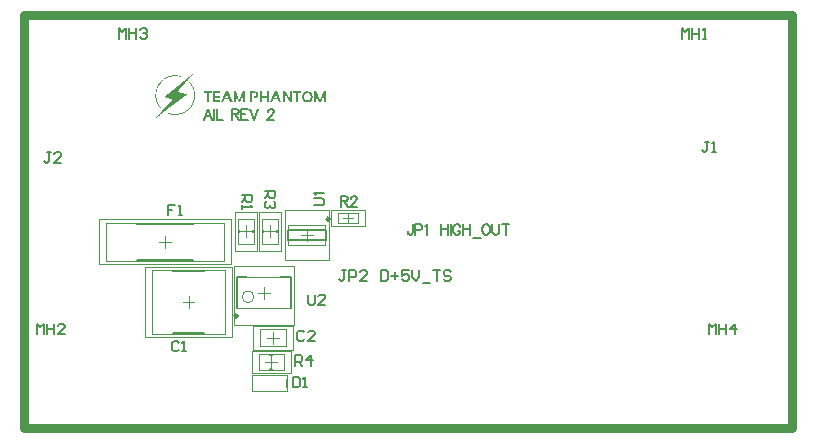
<source format=gto>
G04*
G04 #@! TF.GenerationSoftware,Altium Limited,Altium Designer,20.2.6 (244)*
G04*
G04 Layer_Color=65535*
%FSLAX25Y25*%
%MOIN*%
G70*
G04*
G04 #@! TF.SameCoordinates,ADB7C03E-4349-4DD4-984C-8FBEBC798E37*
G04*
G04*
G04 #@! TF.FilePolarity,Positive*
G04*
G01*
G75*
%ADD10C,0.00984*%
%ADD11C,0.00787*%
%ADD12C,0.00197*%
%ADD13C,0.00650*%
%ADD14C,0.03000*%
%ADD15C,0.00394*%
G36*
X50851Y117578D02*
X50948Y117564D01*
X51073D01*
X51198Y117536D01*
X51351Y117522D01*
X51670Y117467D01*
X52031Y117383D01*
X52420Y117272D01*
X52808Y117133D01*
X52711Y116870D01*
X52697D01*
X52669Y116884D01*
X52614Y116911D01*
X52530Y116925D01*
X52447Y116967D01*
X52336Y116995D01*
X52211Y117036D01*
X52073Y117064D01*
X51767Y117147D01*
X51420Y117217D01*
X51045Y117258D01*
X50657Y117286D01*
X50282D01*
X50157Y117272D01*
X50018D01*
X49699Y117245D01*
X49366Y117203D01*
X49005Y117133D01*
X48630Y117036D01*
X48616D01*
X48589Y117022D01*
X48533Y117009D01*
X48464Y116981D01*
X48380Y116953D01*
X48283Y116911D01*
X48033Y116814D01*
X47756Y116689D01*
X47450Y116537D01*
X47131Y116356D01*
X46798Y116148D01*
X46784D01*
X46756Y116120D01*
X46715Y116093D01*
X46659Y116037D01*
X46493Y115912D01*
X46298Y115732D01*
X46062Y115523D01*
X45813Y115260D01*
X45563Y114982D01*
X45313Y114663D01*
Y114649D01*
X45285Y114621D01*
X45257Y114580D01*
X45216Y114510D01*
X45160Y114427D01*
X45105Y114344D01*
X45035Y114233D01*
X44966Y114108D01*
X44813Y113830D01*
X44661Y113511D01*
X44508Y113164D01*
X44383Y112789D01*
Y112775D01*
X44369Y112747D01*
X44355Y112692D01*
X44341Y112609D01*
X44314Y112525D01*
X44286Y112414D01*
X44272Y112289D01*
X44244Y112151D01*
X44189Y111845D01*
X44147Y111512D01*
X44119Y111137D01*
Y110763D01*
Y110749D01*
Y110721D01*
Y110665D01*
X44133Y110596D01*
X44147Y110499D01*
Y110388D01*
X44161Y110263D01*
X44189Y110138D01*
X44230Y109833D01*
X44314Y109486D01*
X44397Y109139D01*
X44522Y108764D01*
Y108750D01*
X44536Y108722D01*
X44563Y108667D01*
X44591Y108597D01*
X44633Y108514D01*
X44674Y108403D01*
X44799Y108167D01*
X44938Y107889D01*
X45119Y107584D01*
X45341Y107265D01*
X45577Y106946D01*
X45341Y106779D01*
Y106765D01*
X45327Y106779D01*
X45313Y106807D01*
X45271Y106848D01*
X45230Y106918D01*
X45160Y107001D01*
X45091Y107098D01*
X45021Y107209D01*
X44938Y107334D01*
X44758Y107612D01*
X44577Y107931D01*
X44397Y108292D01*
X44244Y108667D01*
Y108681D01*
X44230Y108708D01*
X44216Y108764D01*
X44189Y108847D01*
X44161Y108930D01*
X44119Y109041D01*
X44091Y109166D01*
X44050Y109305D01*
X43980Y109624D01*
X43911Y109971D01*
X43856Y110346D01*
X43828Y110749D01*
Y110763D01*
Y110790D01*
Y110860D01*
Y110929D01*
Y111026D01*
X43842Y111137D01*
Y111276D01*
X43856Y111415D01*
X43883Y111734D01*
X43939Y112095D01*
X44008Y112484D01*
X44105Y112872D01*
Y112886D01*
X44119Y112914D01*
X44133Y112970D01*
X44161Y113053D01*
X44203Y113136D01*
X44230Y113247D01*
X44286Y113372D01*
X44341Y113511D01*
X44480Y113816D01*
X44633Y114149D01*
X44841Y114496D01*
X45063Y114843D01*
X45077Y114857D01*
X45091Y114885D01*
X45132Y114927D01*
X45188Y114996D01*
X45243Y115079D01*
X45327Y115163D01*
X45507Y115385D01*
X45743Y115621D01*
X46007Y115870D01*
X46312Y116134D01*
X46632Y116370D01*
X46645Y116384D01*
X46673Y116398D01*
X46729Y116426D01*
X46784Y116481D01*
X46867Y116523D01*
X46965Y116592D01*
X47090Y116662D01*
X47214Y116731D01*
X47492Y116884D01*
X47825Y117036D01*
X48172Y117189D01*
X48547Y117314D01*
X48561D01*
X48589Y117328D01*
X48644Y117342D01*
X48727Y117356D01*
X48825Y117383D01*
X48936Y117411D01*
X49060Y117439D01*
X49199Y117467D01*
X49519Y117522D01*
X49879Y117564D01*
X50268Y117592D01*
X50782D01*
X50851Y117578D01*
D02*
G37*
G36*
X81651Y108611D02*
X81012D01*
Y110110D01*
X79263D01*
Y108611D01*
X78611D01*
Y112151D01*
X79263D01*
Y110679D01*
X81012D01*
Y112151D01*
X81651D01*
Y108611D01*
D02*
G37*
G36*
X77279Y112137D02*
X77403Y112123D01*
X77528Y112095D01*
X77667Y112039D01*
X77792Y111984D01*
X77903Y111901D01*
X77917Y111887D01*
X77945Y111859D01*
X77986Y111790D01*
X78042Y111720D01*
X78097Y111609D01*
X78139Y111484D01*
X78167Y111332D01*
X78181Y111151D01*
Y111123D01*
Y111068D01*
X78167Y110957D01*
X78139Y110846D01*
X78084Y110707D01*
X78028Y110554D01*
X77931Y110416D01*
X77806Y110277D01*
X77792Y110263D01*
X77737Y110221D01*
X77653Y110166D01*
X77528Y110096D01*
X77376Y110027D01*
X77181Y109958D01*
X76959Y109888D01*
X76696Y109846D01*
X76598Y110416D01*
X76612D01*
X76668Y110429D01*
X76751Y110457D01*
X76848Y110485D01*
X77070Y110568D01*
X77167Y110624D01*
X77265Y110679D01*
X77279Y110693D01*
X77306Y110707D01*
X77334Y110749D01*
X77390Y110804D01*
X77459Y110943D01*
X77487Y111026D01*
X77501Y111123D01*
Y111137D01*
Y111165D01*
X77487Y111248D01*
X77459Y111346D01*
X77390Y111443D01*
X77376Y111457D01*
X77306Y111498D01*
X77209Y111540D01*
X77056Y111554D01*
X76168D01*
Y108611D01*
X75516D01*
Y112151D01*
X77181D01*
X77279Y112137D01*
D02*
G37*
G36*
X89396Y108611D02*
X88757D01*
X86883Y111234D01*
Y108611D01*
X86245D01*
Y112151D01*
X86911D01*
X88771Y109569D01*
Y112151D01*
X89396D01*
Y108611D01*
D02*
G37*
G36*
X100541D02*
X99931D01*
Y111082D01*
X98973Y108611D01*
X98418D01*
X97446Y111082D01*
Y108611D01*
X96836D01*
Y112151D01*
X97516D01*
X98709Y109472D01*
X99889Y112151D01*
X100541D01*
Y108611D01*
D02*
G37*
G36*
X73656D02*
X73059D01*
Y111082D01*
X72087Y108611D01*
X71532D01*
X70561Y111082D01*
Y108611D01*
X69950D01*
Y112151D01*
X70644D01*
X71824Y109472D01*
X73004Y112151D01*
X73656D01*
Y108611D01*
D02*
G37*
G36*
X92449Y111582D02*
X91450D01*
Y108611D01*
X90784D01*
Y111582D01*
X89771D01*
Y112151D01*
X92449D01*
Y111582D01*
D02*
G37*
G36*
X85829Y108611D02*
X85121D01*
X84718Y109569D01*
X83538D01*
X83774Y110138D01*
X84482D01*
X83927Y111470D01*
X82761Y108611D01*
X82095D01*
X83580Y112151D01*
X84288D01*
X85829Y108611D01*
D02*
G37*
G36*
X69533D02*
X68826D01*
X68423Y109569D01*
X67243D01*
X67465Y110138D01*
X68187D01*
X67632Y111470D01*
X66452Y108611D01*
X65800D01*
X67285Y112151D01*
X67993D01*
X69533Y108611D01*
D02*
G37*
G36*
X65467Y111582D02*
X63690D01*
Y110693D01*
X65369D01*
Y110110D01*
X63690D01*
Y109180D01*
X65494D01*
Y108611D01*
X63052D01*
Y112151D01*
X65467D01*
Y111582D01*
D02*
G37*
G36*
X62677D02*
X61650D01*
Y108611D01*
X61011D01*
Y111582D01*
X59998D01*
Y112151D01*
X62677D01*
Y111582D01*
D02*
G37*
G36*
X94767Y112137D02*
X94962Y112109D01*
X95170Y112053D01*
X95392Y111970D01*
X95600Y111859D01*
X95781Y111706D01*
X95794Y111693D01*
X95850Y111623D01*
X95919Y111526D01*
X96003Y111373D01*
X96086Y111193D01*
X96155Y110957D01*
X96211Y110693D01*
X96225Y110374D01*
Y110360D01*
Y110332D01*
Y110291D01*
Y110235D01*
X96197Y110069D01*
X96169Y109874D01*
X96114Y109652D01*
X96044Y109430D01*
X95933Y109222D01*
X95781Y109028D01*
X95767Y109014D01*
X95697Y108958D01*
X95600Y108889D01*
X95447Y108806D01*
X95267Y108722D01*
X95045Y108653D01*
X94781Y108597D01*
X94476Y108583D01*
X94393D01*
X94337Y108597D01*
X94184Y108611D01*
X93990Y108639D01*
X93782Y108694D01*
X93574Y108778D01*
X93366Y108875D01*
X93171Y109028D01*
X93157Y109055D01*
X93102Y109111D01*
X93032Y109222D01*
X92949Y109375D01*
X92866Y109555D01*
X92782Y109791D01*
X92727Y110055D01*
X92699Y110374D01*
Y110388D01*
Y110416D01*
Y110457D01*
X92713Y110527D01*
X92727Y110679D01*
X92755Y110874D01*
X92810Y111096D01*
X92894Y111318D01*
X92991Y111526D01*
X93143Y111706D01*
X93171Y111720D01*
X93227Y111776D01*
X93338Y111845D01*
X93476Y111942D01*
X93671Y112026D01*
X93893Y112095D01*
X94170Y112151D01*
X94476Y112164D01*
X94615D01*
X94767Y112137D01*
D02*
G37*
G36*
X55404Y115329D02*
X55418Y115301D01*
X55459Y115260D01*
X55515Y115204D01*
X55570Y115121D01*
X55640Y115024D01*
X55723Y114927D01*
X55806Y114802D01*
X56001Y114524D01*
X56181Y114219D01*
X56375Y113858D01*
X56542Y113483D01*
Y113469D01*
X56556Y113441D01*
X56583Y113386D01*
X56611Y113303D01*
X56639Y113205D01*
X56681Y113094D01*
X56722Y112970D01*
X56764Y112831D01*
X56847Y112511D01*
X56917Y112151D01*
X56986Y111762D01*
X57028Y111346D01*
Y111332D01*
Y111290D01*
Y111234D01*
Y111151D01*
Y111054D01*
Y110929D01*
Y110790D01*
X57014Y110638D01*
X56986Y110304D01*
X56944Y109930D01*
X56861Y109527D01*
X56764Y109125D01*
Y109111D01*
X56750Y109083D01*
X56736Y109014D01*
X56708Y108944D01*
X56667Y108847D01*
X56625Y108736D01*
X56583Y108611D01*
X56528Y108472D01*
X56389Y108167D01*
X56209Y107820D01*
X56014Y107473D01*
X55778Y107126D01*
X55765Y107112D01*
X55751Y107084D01*
X55709Y107043D01*
X55667Y106973D01*
X55598Y106904D01*
X55529Y106807D01*
X55334Y106599D01*
X55112Y106349D01*
X54835Y106085D01*
X54529Y105821D01*
X54196Y105571D01*
X54182Y105558D01*
X54154Y105544D01*
X54099Y105516D01*
X54030Y105460D01*
X53946Y105405D01*
X53849Y105349D01*
X53724Y105280D01*
X53599Y105211D01*
X53294Y105058D01*
X52961Y104905D01*
X52586Y104753D01*
X52184Y104628D01*
X52170D01*
X52114Y104614D01*
X52031Y104586D01*
X51920Y104558D01*
X51781Y104530D01*
X51628Y104503D01*
X51309Y104447D01*
X51295D01*
X51240Y104433D01*
X51143D01*
X51032Y104419D01*
X50907Y104405D01*
X50754D01*
X50421Y104392D01*
X50310D01*
X50185Y104405D01*
X50018D01*
X49824Y104419D01*
X49602Y104447D01*
X49380Y104475D01*
X49130Y104517D01*
X49102D01*
X49019Y104544D01*
X48894Y104572D01*
X48727Y104614D01*
X48533Y104669D01*
X48325Y104739D01*
X47881Y104905D01*
X47992Y105169D01*
X48006D01*
X48033Y105155D01*
X48089Y105127D01*
X48172Y105099D01*
X48269Y105072D01*
X48366Y105030D01*
X48491Y104989D01*
X48644Y104947D01*
X48950Y104864D01*
X49310Y104780D01*
X49685Y104725D01*
X50074Y104683D01*
X50587D01*
X50740Y104697D01*
X51045Y104711D01*
X51392Y104753D01*
X51767Y104822D01*
X52142Y104905D01*
X52156D01*
X52184Y104919D01*
X52239Y104933D01*
X52308Y104961D01*
X52406Y104989D01*
X52503Y105030D01*
X52753Y105127D01*
X53044Y105252D01*
X53363Y105405D01*
X53696Y105585D01*
X54030Y105793D01*
X54043Y105807D01*
X54071Y105821D01*
X54113Y105849D01*
X54182Y105905D01*
X54252Y105960D01*
X54335Y106029D01*
X54543Y106210D01*
X54793Y106432D01*
X55043Y106682D01*
X55307Y106973D01*
X55556Y107306D01*
X55570Y107320D01*
X55584Y107348D01*
X55612Y107390D01*
X55667Y107459D01*
X55709Y107542D01*
X55778Y107640D01*
X55848Y107751D01*
X55917Y107876D01*
X56070Y108167D01*
X56223Y108500D01*
X56375Y108861D01*
X56500Y109236D01*
Y109250D01*
X56514Y109277D01*
X56528Y109333D01*
X56542Y109416D01*
X56570Y109500D01*
X56583Y109610D01*
X56611Y109735D01*
X56639Y109874D01*
X56681Y110194D01*
X56722Y110540D01*
X56736Y110901D01*
Y111290D01*
Y111304D01*
Y111332D01*
Y111387D01*
X56722Y111470D01*
X56708Y111554D01*
Y111665D01*
X56681Y111790D01*
X56667Y111928D01*
X56611Y112234D01*
X56528Y112581D01*
X56431Y112942D01*
X56292Y113317D01*
Y113330D01*
X56278Y113358D01*
X56250Y113414D01*
X56223Y113483D01*
X56181Y113580D01*
X56125Y113677D01*
X56001Y113927D01*
X55848Y114205D01*
X55654Y114510D01*
X55431Y114829D01*
X55168Y115149D01*
X55390Y115343D01*
X55404Y115329D01*
D02*
G37*
G36*
X56556Y118299D02*
Y118272D01*
X56570Y118258D01*
Y118230D01*
X56556Y118216D01*
X56542Y118202D01*
X56500Y118161D01*
X56459Y118105D01*
X56320Y117952D01*
X56153Y117758D01*
X55945Y117536D01*
X55723Y117272D01*
X55473Y117009D01*
X55223Y116717D01*
X55209Y116703D01*
X55195Y116689D01*
X55154Y116648D01*
X55112Y116592D01*
X54973Y116439D01*
X54793Y116245D01*
X54599Y116009D01*
X54363Y115745D01*
X54113Y115482D01*
X53863Y115190D01*
X53849Y115176D01*
X53835Y115163D01*
X53794Y115121D01*
X53752Y115065D01*
X53613Y114913D01*
X53433Y114718D01*
X53224Y114482D01*
X53002Y114219D01*
X52753Y113941D01*
X52489Y113650D01*
X52475Y113636D01*
X52461Y113622D01*
X52420Y113580D01*
X52378Y113525D01*
X52239Y113372D01*
X52059Y113178D01*
X51850Y112942D01*
X51628Y112678D01*
X51379Y112414D01*
X51115Y112123D01*
X51129D01*
X51156Y112109D01*
X51198Y112095D01*
X51254Y112081D01*
X51323Y112067D01*
X51406Y112039D01*
X51614Y111984D01*
X51864Y111915D01*
X52128Y111845D01*
X52420Y111762D01*
X52725Y111679D01*
X52739D01*
X52767Y111665D01*
X52808D01*
X52864Y111637D01*
X52933Y111623D01*
X53016Y111595D01*
X53224Y111554D01*
X53474Y111484D01*
X53752Y111415D01*
X54043Y111332D01*
X54349Y111248D01*
X54335Y111234D01*
X54293Y111207D01*
X54224Y111151D01*
X54127Y111082D01*
X54002Y110998D01*
X53863Y110888D01*
X53710Y110776D01*
X53530Y110638D01*
X53336Y110499D01*
X53127Y110346D01*
X52683Y110013D01*
X52211Y109652D01*
X51726Y109277D01*
X51712Y109264D01*
X51670Y109236D01*
X51601Y109180D01*
X51503Y109111D01*
X51379Y109014D01*
X51240Y108916D01*
X51087Y108792D01*
X50907Y108667D01*
X50726Y108514D01*
X50518Y108361D01*
X50074Y108028D01*
X49602Y107681D01*
X49116Y107306D01*
X49102Y107293D01*
X49060Y107265D01*
X48991Y107209D01*
X48894Y107140D01*
X48783Y107057D01*
X48644Y106946D01*
X48478Y106834D01*
X48311Y106696D01*
X48117Y106557D01*
X47922Y106404D01*
X47478Y106071D01*
X47006Y105724D01*
X46521Y105363D01*
X46507Y105349D01*
X46465Y105322D01*
X46396Y105266D01*
X46298Y105197D01*
X46174Y105113D01*
X46035Y105002D01*
X45882Y104891D01*
X45702Y104753D01*
X45521Y104614D01*
X45313Y104461D01*
X44869Y104128D01*
X44411Y103781D01*
X43925Y103420D01*
X43911Y103434D01*
X43897Y103462D01*
Y103476D01*
Y103489D01*
X43911Y103503D01*
X43925Y103517D01*
X43967Y103559D01*
X44022Y103614D01*
X44147Y103767D01*
X44327Y103961D01*
X44536Y104183D01*
X44772Y104433D01*
X45021Y104697D01*
X45285Y104975D01*
X45299Y104989D01*
X45313Y105002D01*
X45355Y105044D01*
X45410Y105099D01*
X45535Y105252D01*
X45715Y105447D01*
X45924Y105669D01*
X46160Y105918D01*
X46409Y106182D01*
X46673Y106460D01*
X46687Y106474D01*
X46701Y106488D01*
X46743Y106529D01*
X46798Y106585D01*
X46937Y106737D01*
X47117Y106932D01*
X47326Y107154D01*
X47575Y107418D01*
X47825Y107695D01*
X48089Y107973D01*
X48103Y107987D01*
X48117Y108000D01*
X48158Y108042D01*
X48214Y108098D01*
X48353Y108250D01*
X48519Y108445D01*
X48741Y108667D01*
X48977Y108930D01*
X49227Y109208D01*
X49491Y109486D01*
X49477D01*
X49463Y109500D01*
X49380Y109527D01*
X49241Y109569D01*
X49074Y109624D01*
X48866Y109694D01*
X48644Y109777D01*
X48408Y109846D01*
X48158Y109930D01*
X48144D01*
X48131Y109944D01*
X48047Y109971D01*
X47922Y110013D01*
X47742Y110069D01*
X47548Y110138D01*
X47326Y110221D01*
X47076Y110304D01*
X46826Y110388D01*
X46840Y110402D01*
X46881Y110429D01*
X46951Y110485D01*
X47034Y110554D01*
X47145Y110652D01*
X47284Y110763D01*
X47437Y110874D01*
X47589Y111012D01*
X47770Y111165D01*
X47964Y111318D01*
X48380Y111651D01*
X48811Y112012D01*
X49269Y112387D01*
X49283Y112400D01*
X49324Y112428D01*
X49394Y112484D01*
X49477Y112553D01*
X49588Y112650D01*
X49713Y112747D01*
X49866Y112872D01*
X50032Y112997D01*
X50213Y113150D01*
X50393Y113303D01*
X50809Y113636D01*
X51254Y113997D01*
X51698Y114357D01*
X51712Y114371D01*
X51753Y114399D01*
X51823Y114455D01*
X51906Y114524D01*
X52017Y114621D01*
X52142Y114732D01*
X52295Y114843D01*
X52461Y114982D01*
X52642Y115121D01*
X52822Y115287D01*
X53238Y115621D01*
X53683Y115981D01*
X54127Y116342D01*
X54141Y116356D01*
X54182Y116384D01*
X54252Y116439D01*
X54335Y116509D01*
X54446Y116606D01*
X54571Y116703D01*
X54724Y116828D01*
X54876Y116953D01*
X55057Y117106D01*
X55251Y117258D01*
X55654Y117592D01*
X56098Y117952D01*
X56542Y118313D01*
X56556Y118299D01*
D02*
G37*
%LPC*%
G36*
X94476Y111609D02*
X94379D01*
X94282Y111595D01*
X94170Y111568D01*
X94032Y111526D01*
X93893Y111470D01*
X93754Y111401D01*
X93643Y111290D01*
X93629Y111276D01*
X93601Y111234D01*
X93560Y111165D01*
X93518Y111068D01*
X93463Y110929D01*
X93421Y110776D01*
X93393Y110596D01*
X93379Y110388D01*
Y110360D01*
Y110291D01*
X93393Y110180D01*
X93407Y110041D01*
X93449Y109902D01*
X93490Y109749D01*
X93560Y109597D01*
X93643Y109472D01*
X93657Y109458D01*
X93699Y109430D01*
X93754Y109375D01*
X93851Y109319D01*
X93962Y109264D01*
X94115Y109208D01*
X94282Y109180D01*
X94476Y109166D01*
X94559D01*
X94656Y109180D01*
X94767Y109208D01*
X94906Y109236D01*
X95031Y109291D01*
X95156Y109375D01*
X95267Y109472D01*
X95281Y109486D01*
X95309Y109527D01*
X95350Y109597D01*
X95406Y109708D01*
X95461Y109833D01*
X95503Y109985D01*
X95531Y110180D01*
X95545Y110388D01*
Y110402D01*
Y110416D01*
Y110485D01*
X95531Y110596D01*
X95517Y110721D01*
X95475Y110874D01*
X95434Y111026D01*
X95364Y111165D01*
X95267Y111290D01*
X95253Y111304D01*
X95211Y111346D01*
X95156Y111387D01*
X95073Y111457D01*
X94962Y111512D01*
X94823Y111554D01*
X94656Y111595D01*
X94476Y111609D01*
D02*
G37*
%LPD*%
D10*
X71240Y37396D02*
G03*
X71240Y37396I-492J0D01*
G01*
X101839Y69630D02*
G03*
X101839Y69630I-492J0D01*
G01*
D11*
X70945Y39955D02*
Y50191D01*
X74488D01*
X89055Y39955D02*
Y50191D01*
X85512D02*
X89055D01*
X100559Y62543D02*
Y66087D01*
X87961Y62543D02*
Y66087D01*
X100559D01*
X87961Y62543D02*
X100559D01*
X82063Y19736D02*
X82850D01*
X82063Y24264D02*
X82850D01*
X37551Y56016D02*
X56449D01*
X37551Y67984D02*
X56449D01*
X49547Y31764D02*
X60177D01*
X49547Y52236D02*
X60177D01*
X71736Y65150D02*
Y65937D01*
X76264Y65150D02*
Y65937D01*
X84264Y65150D02*
Y65937D01*
X79736Y65150D02*
Y65937D01*
D12*
X87264Y13524D02*
Y16476D01*
X69961Y34157D02*
X90039D01*
X69961Y53843D02*
X90039D01*
X69961Y34157D02*
Y53843D01*
X90039Y34157D02*
Y53843D01*
X86976Y72583D02*
X101543D01*
X86976Y56047D02*
X101543D01*
Y72583D01*
X86976Y56047D02*
Y72583D01*
X75961Y18260D02*
X88953D01*
X75961Y25740D02*
X88953D01*
Y18260D02*
Y25740D01*
X75961Y18260D02*
Y25740D01*
X102291Y67244D02*
Y72756D01*
X113709Y67244D02*
Y72756D01*
X102291D02*
X113709D01*
X102291Y67244D02*
X113709D01*
X87559Y12441D02*
Y17559D01*
X76339Y12441D02*
X87559D01*
X76142D02*
Y17559D01*
X76339D02*
X87559D01*
X24953Y54520D02*
X69047D01*
X24953Y69480D02*
X69047D01*
Y54520D02*
Y69480D01*
X24953Y54520D02*
Y69480D01*
X40492Y30386D02*
X69232D01*
X40492Y53614D02*
X69232D01*
Y30386D02*
Y53614D01*
X40492Y30386D02*
Y53614D01*
X76307Y26063D02*
X89693D01*
X76307Y33937D02*
X89693D01*
Y26063D02*
Y33937D01*
X76307Y26063D02*
Y33937D01*
X70260Y59047D02*
Y72039D01*
X77740Y59047D02*
Y72039D01*
X70260Y59047D02*
X77740D01*
X70260Y72039D02*
X77740D01*
X85740Y59047D02*
Y72039D01*
X78260Y59047D02*
Y72039D01*
X85740D01*
X78260Y59047D02*
X85740D01*
D13*
X107281Y52499D02*
X106115D01*
X106698D01*
Y49583D01*
X106115Y49000D01*
X105532D01*
X104949Y49583D01*
X108448Y49000D02*
Y52499D01*
X110197D01*
X110780Y51916D01*
Y50749D01*
X110197Y50166D01*
X108448D01*
X114279Y49000D02*
X111947D01*
X114279Y51333D01*
Y51916D01*
X113696Y52499D01*
X112530D01*
X111947Y51916D01*
X118944Y52499D02*
Y49000D01*
X120694D01*
X121277Y49583D01*
Y51916D01*
X120694Y52499D01*
X118944D01*
X122443Y50749D02*
X124776D01*
X123609Y51916D02*
Y49583D01*
X128275Y52499D02*
X125942D01*
Y50749D01*
X127108Y51333D01*
X127691D01*
X128275Y50749D01*
Y49583D01*
X127691Y49000D01*
X126525D01*
X125942Y49583D01*
X129441Y52499D02*
Y50166D01*
X130607Y49000D01*
X131773Y50166D01*
Y52499D01*
X132940Y48417D02*
X135272D01*
X136439Y52499D02*
X138771D01*
X137605D01*
Y49000D01*
X142270Y51916D02*
X141687Y52499D01*
X140521D01*
X139937Y51916D01*
Y51333D01*
X140521Y50749D01*
X141687D01*
X142270Y50166D01*
Y49583D01*
X141687Y49000D01*
X140521D01*
X139937Y49583D01*
X94650Y44399D02*
Y41483D01*
X95233Y40900D01*
X96399D01*
X96983Y41483D01*
Y44399D01*
X100481Y40900D02*
X98149D01*
X100481Y43233D01*
Y43816D01*
X99898Y44399D01*
X98732D01*
X98149Y43816D01*
X96601Y74250D02*
X99100D01*
X99600Y74417D01*
X99933Y74750D01*
X100100Y75250D01*
Y75583D01*
X99933Y76083D01*
X99600Y76416D01*
X99100Y76583D01*
X96601D01*
X97267Y77549D02*
X97101Y77883D01*
X96601Y78382D01*
X100100D01*
X90450Y20800D02*
Y24299D01*
X92199D01*
X92783Y23716D01*
Y22549D01*
X92199Y21966D01*
X90450D01*
X91616D02*
X92783Y20800D01*
X95698D02*
Y24299D01*
X93949Y22549D01*
X96281D01*
X105600Y77299D02*
Y73800D01*
Y77299D02*
X107100D01*
X107600Y77133D01*
X107766Y76966D01*
X107933Y76633D01*
Y76300D01*
X107766Y75966D01*
X107600Y75800D01*
X107100Y75633D01*
X105600D01*
X106766D02*
X107933Y73800D01*
X108883Y76466D02*
Y76633D01*
X109049Y76966D01*
X109216Y77133D01*
X109549Y77299D01*
X110216D01*
X110549Y77133D01*
X110716Y76966D01*
X110882Y76633D01*
Y76300D01*
X110716Y75966D01*
X110382Y75466D01*
X108716Y73800D01*
X111049D01*
X89600Y16999D02*
Y13500D01*
X91349D01*
X91933Y14083D01*
Y16416D01*
X91349Y16999D01*
X89600D01*
X93099Y13500D02*
X94265D01*
X93682D01*
Y16999D01*
X93099Y16416D01*
X50433Y74449D02*
X48100D01*
Y72699D01*
X49266D01*
X48100D01*
Y70950D01*
X51599D02*
X52765D01*
X52182D01*
Y74449D01*
X51599Y73866D01*
X51633Y28416D02*
X51049Y28999D01*
X49883D01*
X49300Y28416D01*
Y26083D01*
X49883Y25500D01*
X51049D01*
X51633Y26083D01*
X52799Y25500D02*
X53965D01*
X53382D01*
Y28999D01*
X52799Y28416D01*
X93483Y31866D02*
X92899Y32449D01*
X91733D01*
X91150Y31866D01*
Y29533D01*
X91733Y28950D01*
X92899D01*
X93483Y29533D01*
X96981Y28950D02*
X94649D01*
X96981Y31283D01*
Y31866D01*
X96398Y32449D01*
X95232D01*
X94649Y31866D01*
X8983Y91949D02*
X7816D01*
X8399D01*
Y89033D01*
X7816Y88450D01*
X7233D01*
X6650Y89033D01*
X12481Y88450D02*
X10149D01*
X12481Y90783D01*
Y91366D01*
X11898Y91949D01*
X10732D01*
X10149Y91366D01*
X228333Y95399D02*
X227166D01*
X227749D01*
Y92483D01*
X227166Y91900D01*
X226583D01*
X226000Y92483D01*
X229499Y91900D02*
X230665D01*
X230082D01*
Y95399D01*
X229499Y94816D01*
X72650Y77750D02*
X76149D01*
Y76001D01*
X75566Y75417D01*
X74399D01*
X73816Y76001D01*
Y77750D01*
Y76584D02*
X72650Y75417D01*
Y74251D02*
Y73085D01*
Y73668D01*
X76149D01*
X75566Y74251D01*
X80350Y79000D02*
X83849D01*
Y77251D01*
X83266Y76667D01*
X82099D01*
X81516Y77251D01*
Y79000D01*
Y77834D02*
X80350Y76667D01*
X83266Y75501D02*
X83849Y74918D01*
Y73752D01*
X83266Y73169D01*
X82683D01*
X82099Y73752D01*
Y74335D01*
Y73752D01*
X81516Y73169D01*
X80933D01*
X80350Y73752D01*
Y74918D01*
X80933Y75501D01*
X129619Y67924D02*
Y65258D01*
X129452Y64758D01*
X129286Y64591D01*
X128953Y64424D01*
X128619D01*
X128286Y64591D01*
X128119Y64758D01*
X127953Y65258D01*
Y65591D01*
X130519Y66091D02*
X132019D01*
X132518Y66257D01*
X132685Y66424D01*
X132852Y66757D01*
Y67257D01*
X132685Y67590D01*
X132518Y67757D01*
X132019Y67924D01*
X130519D01*
Y64424D01*
X133635Y67257D02*
X133968Y67424D01*
X134468Y67924D01*
Y64424D01*
X138950Y67924D02*
Y64424D01*
X141283Y67924D02*
Y64424D01*
X138950Y66257D02*
X141283D01*
X142250Y67924D02*
Y64424D01*
X145482Y67090D02*
X145316Y67424D01*
X144982Y67757D01*
X144649Y67924D01*
X143983D01*
X143649Y67757D01*
X143316Y67424D01*
X143149Y67090D01*
X142983Y66591D01*
Y65757D01*
X143149Y65258D01*
X143316Y64924D01*
X143649Y64591D01*
X143983Y64424D01*
X144649D01*
X144982Y64591D01*
X145316Y64924D01*
X145482Y65258D01*
Y65757D01*
X144649D02*
X145482D01*
X146282Y67924D02*
Y64424D01*
X148615Y67924D02*
Y64424D01*
X146282Y66257D02*
X148615D01*
X149581Y63258D02*
X152248D01*
X153697Y67924D02*
X153364Y67757D01*
X153031Y67424D01*
X152864Y67090D01*
X152698Y66591D01*
Y65757D01*
X152864Y65258D01*
X153031Y64924D01*
X153364Y64591D01*
X153697Y64424D01*
X154364D01*
X154697Y64591D01*
X155030Y64924D01*
X155197Y65258D01*
X155364Y65757D01*
Y66591D01*
X155197Y67090D01*
X155030Y67424D01*
X154697Y67757D01*
X154364Y67924D01*
X153697D01*
X156180D02*
Y65424D01*
X156347Y64924D01*
X156680Y64591D01*
X157180Y64424D01*
X157513D01*
X158013Y64591D01*
X158346Y64924D01*
X158513Y65424D01*
Y67924D01*
X160646D02*
Y64424D01*
X159479Y67924D02*
X161812D01*
X62666Y102700D02*
X61333Y106199D01*
X60000Y102700D01*
X60500Y103866D02*
X62166D01*
X63483Y106199D02*
Y102700D01*
X64216Y106199D02*
Y102700D01*
X66215D01*
X69348Y106199D02*
Y102700D01*
Y106199D02*
X70848D01*
X71348Y106033D01*
X71514Y105866D01*
X71681Y105533D01*
Y105200D01*
X71514Y104866D01*
X71348Y104700D01*
X70848Y104533D01*
X69348D01*
X70514D02*
X71681Y102700D01*
X74630Y106199D02*
X72464D01*
Y102700D01*
X74630D01*
X72464Y104533D02*
X73797D01*
X75213Y106199D02*
X76547Y102700D01*
X77880Y106199D02*
X76547Y102700D01*
X81245Y105366D02*
Y105533D01*
X81412Y105866D01*
X81579Y106033D01*
X81912Y106199D01*
X82578D01*
X82912Y106033D01*
X83078Y105866D01*
X83245Y105533D01*
Y105200D01*
X83078Y104866D01*
X82745Y104366D01*
X81079Y102700D01*
X83412D01*
X228200Y31200D02*
Y34699D01*
X229366Y33533D01*
X230533Y34699D01*
Y31200D01*
X231699Y34699D02*
Y31200D01*
Y32949D01*
X234031D01*
Y34699D01*
Y31200D01*
X236947D02*
Y34699D01*
X235198Y32949D01*
X237530D01*
X219350Y129650D02*
Y133149D01*
X220516Y131983D01*
X221683Y133149D01*
Y129650D01*
X222849Y133149D02*
Y129650D01*
Y131399D01*
X225181D01*
Y133149D01*
Y129650D01*
X226348D02*
X227514D01*
X226931D01*
Y133149D01*
X226348Y132566D01*
X4200Y31200D02*
Y34699D01*
X5366Y33533D01*
X6533Y34699D01*
Y31200D01*
X7699Y34699D02*
Y31200D01*
Y32949D01*
X10031D01*
Y34699D01*
Y31200D01*
X13530D02*
X11198D01*
X13530Y33533D01*
Y34116D01*
X12947Y34699D01*
X11781D01*
X11198Y34116D01*
X31650Y129750D02*
Y133249D01*
X32816Y132083D01*
X33983Y133249D01*
Y129750D01*
X35149Y133249D02*
Y129750D01*
Y131499D01*
X37481D01*
Y133249D01*
Y129750D01*
X38648Y132666D02*
X39231Y133249D01*
X40397D01*
X40980Y132666D01*
Y132083D01*
X40397Y131499D01*
X39814D01*
X40397D01*
X40980Y130916D01*
Y130333D01*
X40397Y129750D01*
X39231D01*
X38648Y130333D01*
D14*
X0Y0D02*
X255906D01*
Y137795D01*
X0D02*
X255906D01*
X0Y0D02*
Y137795D01*
D15*
X76653Y43695D02*
G03*
X76653Y43695I-1969J0D01*
G01*
X70945Y39955D02*
X89055D01*
X70945Y50191D02*
X89055D01*
X70945Y39955D02*
Y50191D01*
X89055Y39955D02*
Y50191D01*
X88059Y67563D02*
X100461D01*
X88059Y61067D02*
X100461D01*
Y67563D01*
X88059Y61067D02*
Y67563D01*
X78323Y19342D02*
X86591D01*
X78323Y24657D02*
X86591D01*
Y19342D02*
Y24657D01*
X78323Y19342D02*
Y24657D01*
X104654Y68228D02*
Y71772D01*
X111346Y68228D02*
Y71772D01*
X104654D02*
X111346D01*
X104654Y68228D02*
X111346D01*
X27315Y55701D02*
X66685D01*
X27315Y68299D02*
X66685D01*
Y55701D02*
Y68299D01*
X27315Y55701D02*
Y68299D01*
X42854Y31370D02*
X66870D01*
X42854Y52630D02*
X66870D01*
Y31370D02*
Y52630D01*
X42854Y31370D02*
Y52630D01*
X78669Y27146D02*
X87331D01*
X78669Y32854D02*
X87331D01*
Y27146D02*
Y32854D01*
X78669Y27146D02*
Y32854D01*
X71342Y61409D02*
Y69677D01*
X76657Y61409D02*
Y69677D01*
X71342Y61409D02*
X76657D01*
X71342Y69677D02*
X76657D01*
X84658Y61409D02*
Y69677D01*
X79343Y61409D02*
Y69677D01*
X84658D01*
X79343Y61409D02*
X84658D01*
X80000Y43104D02*
Y47041D01*
X78031Y45073D02*
X81968D01*
X94260Y62347D02*
Y66284D01*
X92291Y64315D02*
X96228D01*
X82457Y20031D02*
Y23968D01*
X80488Y22000D02*
X84425D01*
X106228Y70000D02*
X109772D01*
X108000Y68228D02*
Y71772D01*
X47000Y60031D02*
Y63968D01*
X45031Y62000D02*
X48968D01*
X54862Y40031D02*
Y43968D01*
X52894Y42000D02*
X56831D01*
X83000Y28032D02*
Y31969D01*
X81032Y30000D02*
X84969D01*
X72031Y65543D02*
X75968D01*
X74000Y63575D02*
Y67512D01*
X80032Y65543D02*
X83969D01*
X82000Y63575D02*
Y67512D01*
M02*

</source>
